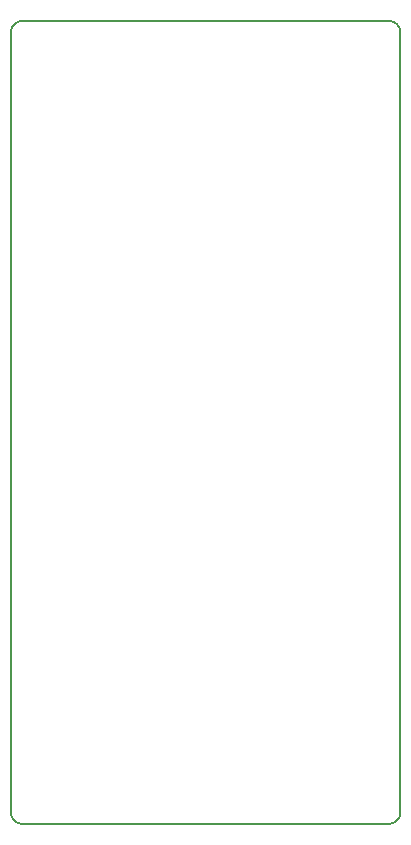
<source format=gm1>
G04 #@! TF.GenerationSoftware,KiCad,Pcbnew,6.0.9*
G04 #@! TF.CreationDate,2022-11-23T21:17:53-08:00*
G04 #@! TF.ProjectId,shitpad,73686974-7061-4642-9e6b-696361645f70,rev?*
G04 #@! TF.SameCoordinates,Original*
G04 #@! TF.FileFunction,Profile,NP*
%FSLAX46Y46*%
G04 Gerber Fmt 4.6, Leading zero omitted, Abs format (unit mm)*
G04 Created by KiCad (PCBNEW 6.0.9) date 2022-11-23 21:17:53*
%MOMM*%
%LPD*%
G01*
G04 APERTURE LIST*
G04 #@! TA.AperFunction,Profile*
%ADD10C,0.150000*%
G04 #@! TD*
G04 APERTURE END LIST*
D10*
X75000000Y-30000000D02*
X106000000Y-30000000D01*
X107000000Y-31000000D02*
X107000000Y-97000000D01*
X106000000Y-98000000D02*
X75000000Y-98000000D01*
X74000000Y-97000000D02*
X74000000Y-31000000D01*
X74000000Y-97000000D02*
G75*
G03*
X75000000Y-98000000I1000000J0D01*
G01*
X106000000Y-98000000D02*
G75*
G03*
X107000000Y-97000000I0J1000000D01*
G01*
X75000000Y-30000000D02*
G75*
G03*
X74000000Y-31000000I0J-1000000D01*
G01*
X107000000Y-31000000D02*
G75*
G03*
X106000000Y-30000000I-1000000J0D01*
G01*
M02*

</source>
